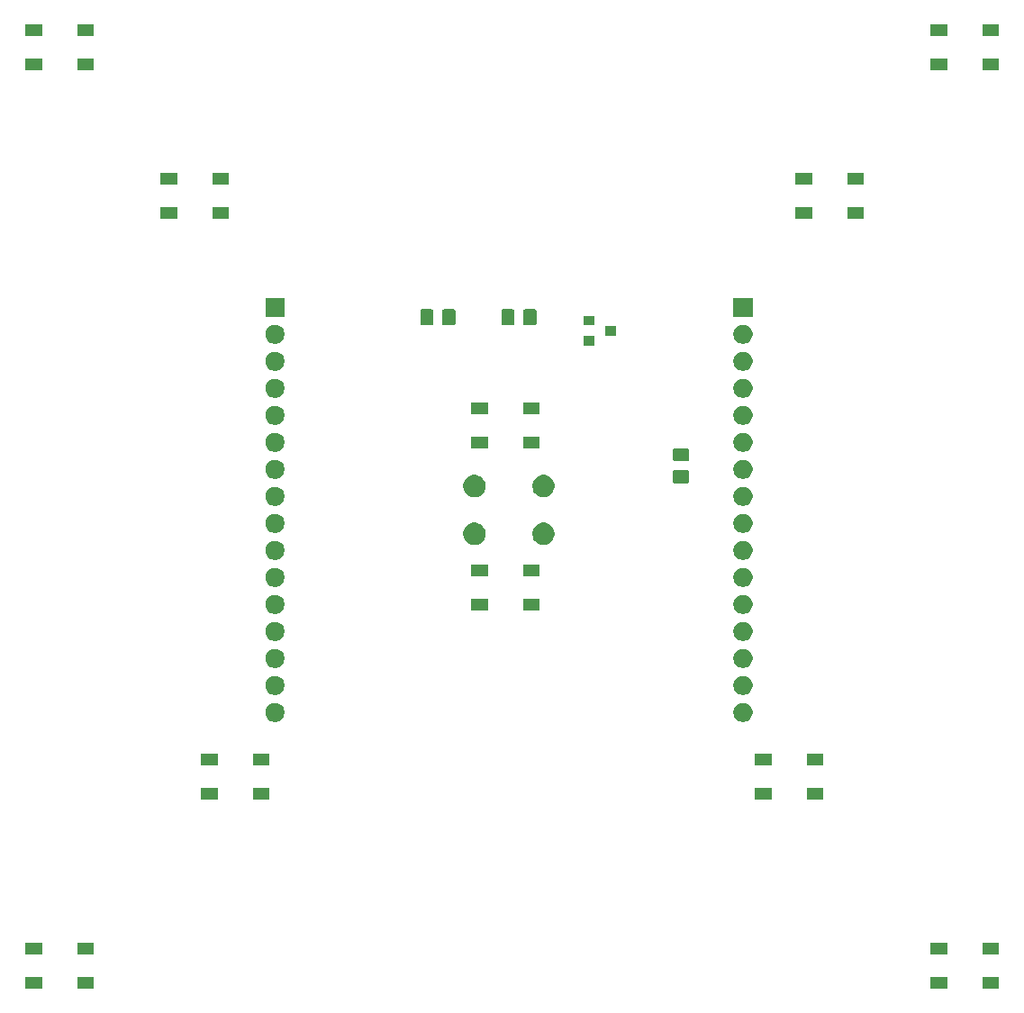
<source format=gbr>
G04 #@! TF.GenerationSoftware,KiCad,Pcbnew,5.1.5+dfsg1-2build2*
G04 #@! TF.CreationDate,2021-03-04T14:35:20-05:00*
G04 #@! TF.ProjectId,leveling_package,6c657665-6c69-46e6-975f-7061636b6167,rev?*
G04 #@! TF.SameCoordinates,Original*
G04 #@! TF.FileFunction,Soldermask,Top*
G04 #@! TF.FilePolarity,Negative*
%FSLAX46Y46*%
G04 Gerber Fmt 4.6, Leading zero omitted, Abs format (unit mm)*
G04 Created by KiCad (PCBNEW 5.1.5+dfsg1-2build2) date 2021-03-04 14:35:20*
%MOMM*%
%LPD*%
G04 APERTURE LIST*
%ADD10C,0.100000*%
G04 APERTURE END LIST*
D10*
G36*
X35001000Y-118991000D02*
G01*
X33399000Y-118991000D01*
X33399000Y-117889000D01*
X35001000Y-117889000D01*
X35001000Y-118991000D01*
G37*
G36*
X115191000Y-118991000D02*
G01*
X113589000Y-118991000D01*
X113589000Y-117889000D01*
X115191000Y-117889000D01*
X115191000Y-118991000D01*
G37*
G36*
X120091000Y-118991000D02*
G01*
X118489000Y-118991000D01*
X118489000Y-117889000D01*
X120091000Y-117889000D01*
X120091000Y-118991000D01*
G37*
G36*
X30101000Y-118991000D02*
G01*
X28499000Y-118991000D01*
X28499000Y-117889000D01*
X30101000Y-117889000D01*
X30101000Y-118991000D01*
G37*
G36*
X115191000Y-115791000D02*
G01*
X113589000Y-115791000D01*
X113589000Y-114689000D01*
X115191000Y-114689000D01*
X115191000Y-115791000D01*
G37*
G36*
X120091000Y-115791000D02*
G01*
X118489000Y-115791000D01*
X118489000Y-114689000D01*
X120091000Y-114689000D01*
X120091000Y-115791000D01*
G37*
G36*
X35001000Y-115791000D02*
G01*
X33399000Y-115791000D01*
X33399000Y-114689000D01*
X35001000Y-114689000D01*
X35001000Y-115791000D01*
G37*
G36*
X30101000Y-115791000D02*
G01*
X28499000Y-115791000D01*
X28499000Y-114689000D01*
X30101000Y-114689000D01*
X30101000Y-115791000D01*
G37*
G36*
X51511000Y-101211000D02*
G01*
X49909000Y-101211000D01*
X49909000Y-100109000D01*
X51511000Y-100109000D01*
X51511000Y-101211000D01*
G37*
G36*
X46611000Y-101211000D02*
G01*
X45009000Y-101211000D01*
X45009000Y-100109000D01*
X46611000Y-100109000D01*
X46611000Y-101211000D01*
G37*
G36*
X103581000Y-101211000D02*
G01*
X101979000Y-101211000D01*
X101979000Y-100109000D01*
X103581000Y-100109000D01*
X103581000Y-101211000D01*
G37*
G36*
X98681000Y-101211000D02*
G01*
X97079000Y-101211000D01*
X97079000Y-100109000D01*
X98681000Y-100109000D01*
X98681000Y-101211000D01*
G37*
G36*
X46611000Y-98011000D02*
G01*
X45009000Y-98011000D01*
X45009000Y-96909000D01*
X46611000Y-96909000D01*
X46611000Y-98011000D01*
G37*
G36*
X103581000Y-98011000D02*
G01*
X101979000Y-98011000D01*
X101979000Y-96909000D01*
X103581000Y-96909000D01*
X103581000Y-98011000D01*
G37*
G36*
X51511000Y-98011000D02*
G01*
X49909000Y-98011000D01*
X49909000Y-96909000D01*
X51511000Y-96909000D01*
X51511000Y-98011000D01*
G37*
G36*
X98681000Y-98011000D02*
G01*
X97079000Y-98011000D01*
X97079000Y-96909000D01*
X98681000Y-96909000D01*
X98681000Y-98011000D01*
G37*
G36*
X52113512Y-92153927D02*
G01*
X52262812Y-92183624D01*
X52426784Y-92251544D01*
X52574354Y-92350147D01*
X52699853Y-92475646D01*
X52798456Y-92623216D01*
X52866376Y-92787188D01*
X52901000Y-92961259D01*
X52901000Y-93138741D01*
X52866376Y-93312812D01*
X52798456Y-93476784D01*
X52699853Y-93624354D01*
X52574354Y-93749853D01*
X52426784Y-93848456D01*
X52262812Y-93916376D01*
X52113512Y-93946073D01*
X52088742Y-93951000D01*
X51911258Y-93951000D01*
X51886488Y-93946073D01*
X51737188Y-93916376D01*
X51573216Y-93848456D01*
X51425646Y-93749853D01*
X51300147Y-93624354D01*
X51201544Y-93476784D01*
X51133624Y-93312812D01*
X51099000Y-93138741D01*
X51099000Y-92961259D01*
X51133624Y-92787188D01*
X51201544Y-92623216D01*
X51300147Y-92475646D01*
X51425646Y-92350147D01*
X51573216Y-92251544D01*
X51737188Y-92183624D01*
X51886488Y-92153927D01*
X51911258Y-92149000D01*
X52088742Y-92149000D01*
X52113512Y-92153927D01*
G37*
G36*
X96113512Y-92153927D02*
G01*
X96262812Y-92183624D01*
X96426784Y-92251544D01*
X96574354Y-92350147D01*
X96699853Y-92475646D01*
X96798456Y-92623216D01*
X96866376Y-92787188D01*
X96901000Y-92961259D01*
X96901000Y-93138741D01*
X96866376Y-93312812D01*
X96798456Y-93476784D01*
X96699853Y-93624354D01*
X96574354Y-93749853D01*
X96426784Y-93848456D01*
X96262812Y-93916376D01*
X96113512Y-93946073D01*
X96088742Y-93951000D01*
X95911258Y-93951000D01*
X95886488Y-93946073D01*
X95737188Y-93916376D01*
X95573216Y-93848456D01*
X95425646Y-93749853D01*
X95300147Y-93624354D01*
X95201544Y-93476784D01*
X95133624Y-93312812D01*
X95099000Y-93138741D01*
X95099000Y-92961259D01*
X95133624Y-92787188D01*
X95201544Y-92623216D01*
X95300147Y-92475646D01*
X95425646Y-92350147D01*
X95573216Y-92251544D01*
X95737188Y-92183624D01*
X95886488Y-92153927D01*
X95911258Y-92149000D01*
X96088742Y-92149000D01*
X96113512Y-92153927D01*
G37*
G36*
X52113512Y-89613927D02*
G01*
X52262812Y-89643624D01*
X52426784Y-89711544D01*
X52574354Y-89810147D01*
X52699853Y-89935646D01*
X52798456Y-90083216D01*
X52866376Y-90247188D01*
X52901000Y-90421259D01*
X52901000Y-90598741D01*
X52866376Y-90772812D01*
X52798456Y-90936784D01*
X52699853Y-91084354D01*
X52574354Y-91209853D01*
X52426784Y-91308456D01*
X52262812Y-91376376D01*
X52113512Y-91406073D01*
X52088742Y-91411000D01*
X51911258Y-91411000D01*
X51886488Y-91406073D01*
X51737188Y-91376376D01*
X51573216Y-91308456D01*
X51425646Y-91209853D01*
X51300147Y-91084354D01*
X51201544Y-90936784D01*
X51133624Y-90772812D01*
X51099000Y-90598741D01*
X51099000Y-90421259D01*
X51133624Y-90247188D01*
X51201544Y-90083216D01*
X51300147Y-89935646D01*
X51425646Y-89810147D01*
X51573216Y-89711544D01*
X51737188Y-89643624D01*
X51886488Y-89613927D01*
X51911258Y-89609000D01*
X52088742Y-89609000D01*
X52113512Y-89613927D01*
G37*
G36*
X96113512Y-89613927D02*
G01*
X96262812Y-89643624D01*
X96426784Y-89711544D01*
X96574354Y-89810147D01*
X96699853Y-89935646D01*
X96798456Y-90083216D01*
X96866376Y-90247188D01*
X96901000Y-90421259D01*
X96901000Y-90598741D01*
X96866376Y-90772812D01*
X96798456Y-90936784D01*
X96699853Y-91084354D01*
X96574354Y-91209853D01*
X96426784Y-91308456D01*
X96262812Y-91376376D01*
X96113512Y-91406073D01*
X96088742Y-91411000D01*
X95911258Y-91411000D01*
X95886488Y-91406073D01*
X95737188Y-91376376D01*
X95573216Y-91308456D01*
X95425646Y-91209853D01*
X95300147Y-91084354D01*
X95201544Y-90936784D01*
X95133624Y-90772812D01*
X95099000Y-90598741D01*
X95099000Y-90421259D01*
X95133624Y-90247188D01*
X95201544Y-90083216D01*
X95300147Y-89935646D01*
X95425646Y-89810147D01*
X95573216Y-89711544D01*
X95737188Y-89643624D01*
X95886488Y-89613927D01*
X95911258Y-89609000D01*
X96088742Y-89609000D01*
X96113512Y-89613927D01*
G37*
G36*
X96113512Y-87073927D02*
G01*
X96262812Y-87103624D01*
X96426784Y-87171544D01*
X96574354Y-87270147D01*
X96699853Y-87395646D01*
X96798456Y-87543216D01*
X96866376Y-87707188D01*
X96901000Y-87881259D01*
X96901000Y-88058741D01*
X96866376Y-88232812D01*
X96798456Y-88396784D01*
X96699853Y-88544354D01*
X96574354Y-88669853D01*
X96426784Y-88768456D01*
X96262812Y-88836376D01*
X96113512Y-88866073D01*
X96088742Y-88871000D01*
X95911258Y-88871000D01*
X95886488Y-88866073D01*
X95737188Y-88836376D01*
X95573216Y-88768456D01*
X95425646Y-88669853D01*
X95300147Y-88544354D01*
X95201544Y-88396784D01*
X95133624Y-88232812D01*
X95099000Y-88058741D01*
X95099000Y-87881259D01*
X95133624Y-87707188D01*
X95201544Y-87543216D01*
X95300147Y-87395646D01*
X95425646Y-87270147D01*
X95573216Y-87171544D01*
X95737188Y-87103624D01*
X95886488Y-87073927D01*
X95911258Y-87069000D01*
X96088742Y-87069000D01*
X96113512Y-87073927D01*
G37*
G36*
X52113512Y-87073927D02*
G01*
X52262812Y-87103624D01*
X52426784Y-87171544D01*
X52574354Y-87270147D01*
X52699853Y-87395646D01*
X52798456Y-87543216D01*
X52866376Y-87707188D01*
X52901000Y-87881259D01*
X52901000Y-88058741D01*
X52866376Y-88232812D01*
X52798456Y-88396784D01*
X52699853Y-88544354D01*
X52574354Y-88669853D01*
X52426784Y-88768456D01*
X52262812Y-88836376D01*
X52113512Y-88866073D01*
X52088742Y-88871000D01*
X51911258Y-88871000D01*
X51886488Y-88866073D01*
X51737188Y-88836376D01*
X51573216Y-88768456D01*
X51425646Y-88669853D01*
X51300147Y-88544354D01*
X51201544Y-88396784D01*
X51133624Y-88232812D01*
X51099000Y-88058741D01*
X51099000Y-87881259D01*
X51133624Y-87707188D01*
X51201544Y-87543216D01*
X51300147Y-87395646D01*
X51425646Y-87270147D01*
X51573216Y-87171544D01*
X51737188Y-87103624D01*
X51886488Y-87073927D01*
X51911258Y-87069000D01*
X52088742Y-87069000D01*
X52113512Y-87073927D01*
G37*
G36*
X52113512Y-84533927D02*
G01*
X52262812Y-84563624D01*
X52426784Y-84631544D01*
X52574354Y-84730147D01*
X52699853Y-84855646D01*
X52798456Y-85003216D01*
X52866376Y-85167188D01*
X52901000Y-85341259D01*
X52901000Y-85518741D01*
X52866376Y-85692812D01*
X52798456Y-85856784D01*
X52699853Y-86004354D01*
X52574354Y-86129853D01*
X52426784Y-86228456D01*
X52262812Y-86296376D01*
X52113512Y-86326073D01*
X52088742Y-86331000D01*
X51911258Y-86331000D01*
X51886488Y-86326073D01*
X51737188Y-86296376D01*
X51573216Y-86228456D01*
X51425646Y-86129853D01*
X51300147Y-86004354D01*
X51201544Y-85856784D01*
X51133624Y-85692812D01*
X51099000Y-85518741D01*
X51099000Y-85341259D01*
X51133624Y-85167188D01*
X51201544Y-85003216D01*
X51300147Y-84855646D01*
X51425646Y-84730147D01*
X51573216Y-84631544D01*
X51737188Y-84563624D01*
X51886488Y-84533927D01*
X51911258Y-84529000D01*
X52088742Y-84529000D01*
X52113512Y-84533927D01*
G37*
G36*
X96113512Y-84533927D02*
G01*
X96262812Y-84563624D01*
X96426784Y-84631544D01*
X96574354Y-84730147D01*
X96699853Y-84855646D01*
X96798456Y-85003216D01*
X96866376Y-85167188D01*
X96901000Y-85341259D01*
X96901000Y-85518741D01*
X96866376Y-85692812D01*
X96798456Y-85856784D01*
X96699853Y-86004354D01*
X96574354Y-86129853D01*
X96426784Y-86228456D01*
X96262812Y-86296376D01*
X96113512Y-86326073D01*
X96088742Y-86331000D01*
X95911258Y-86331000D01*
X95886488Y-86326073D01*
X95737188Y-86296376D01*
X95573216Y-86228456D01*
X95425646Y-86129853D01*
X95300147Y-86004354D01*
X95201544Y-85856784D01*
X95133624Y-85692812D01*
X95099000Y-85518741D01*
X95099000Y-85341259D01*
X95133624Y-85167188D01*
X95201544Y-85003216D01*
X95300147Y-84855646D01*
X95425646Y-84730147D01*
X95573216Y-84631544D01*
X95737188Y-84563624D01*
X95886488Y-84533927D01*
X95911258Y-84529000D01*
X96088742Y-84529000D01*
X96113512Y-84533927D01*
G37*
G36*
X52113512Y-81993927D02*
G01*
X52262812Y-82023624D01*
X52426784Y-82091544D01*
X52574354Y-82190147D01*
X52699853Y-82315646D01*
X52798456Y-82463216D01*
X52866376Y-82627188D01*
X52901000Y-82801259D01*
X52901000Y-82978741D01*
X52866376Y-83152812D01*
X52798456Y-83316784D01*
X52699853Y-83464354D01*
X52574354Y-83589853D01*
X52426784Y-83688456D01*
X52262812Y-83756376D01*
X52113512Y-83786073D01*
X52088742Y-83791000D01*
X51911258Y-83791000D01*
X51886488Y-83786073D01*
X51737188Y-83756376D01*
X51573216Y-83688456D01*
X51425646Y-83589853D01*
X51300147Y-83464354D01*
X51201544Y-83316784D01*
X51133624Y-83152812D01*
X51099000Y-82978741D01*
X51099000Y-82801259D01*
X51133624Y-82627188D01*
X51201544Y-82463216D01*
X51300147Y-82315646D01*
X51425646Y-82190147D01*
X51573216Y-82091544D01*
X51737188Y-82023624D01*
X51886488Y-81993927D01*
X51911258Y-81989000D01*
X52088742Y-81989000D01*
X52113512Y-81993927D01*
G37*
G36*
X96113512Y-81993927D02*
G01*
X96262812Y-82023624D01*
X96426784Y-82091544D01*
X96574354Y-82190147D01*
X96699853Y-82315646D01*
X96798456Y-82463216D01*
X96866376Y-82627188D01*
X96901000Y-82801259D01*
X96901000Y-82978741D01*
X96866376Y-83152812D01*
X96798456Y-83316784D01*
X96699853Y-83464354D01*
X96574354Y-83589853D01*
X96426784Y-83688456D01*
X96262812Y-83756376D01*
X96113512Y-83786073D01*
X96088742Y-83791000D01*
X95911258Y-83791000D01*
X95886488Y-83786073D01*
X95737188Y-83756376D01*
X95573216Y-83688456D01*
X95425646Y-83589853D01*
X95300147Y-83464354D01*
X95201544Y-83316784D01*
X95133624Y-83152812D01*
X95099000Y-82978741D01*
X95099000Y-82801259D01*
X95133624Y-82627188D01*
X95201544Y-82463216D01*
X95300147Y-82315646D01*
X95425646Y-82190147D01*
X95573216Y-82091544D01*
X95737188Y-82023624D01*
X95886488Y-81993927D01*
X95911258Y-81989000D01*
X96088742Y-81989000D01*
X96113512Y-81993927D01*
G37*
G36*
X76911000Y-83431000D02*
G01*
X75309000Y-83431000D01*
X75309000Y-82329000D01*
X76911000Y-82329000D01*
X76911000Y-83431000D01*
G37*
G36*
X72011000Y-83431000D02*
G01*
X70409000Y-83431000D01*
X70409000Y-82329000D01*
X72011000Y-82329000D01*
X72011000Y-83431000D01*
G37*
G36*
X52113512Y-79453927D02*
G01*
X52262812Y-79483624D01*
X52426784Y-79551544D01*
X52574354Y-79650147D01*
X52699853Y-79775646D01*
X52798456Y-79923216D01*
X52866376Y-80087188D01*
X52901000Y-80261259D01*
X52901000Y-80438741D01*
X52866376Y-80612812D01*
X52798456Y-80776784D01*
X52699853Y-80924354D01*
X52574354Y-81049853D01*
X52426784Y-81148456D01*
X52262812Y-81216376D01*
X52113512Y-81246073D01*
X52088742Y-81251000D01*
X51911258Y-81251000D01*
X51886488Y-81246073D01*
X51737188Y-81216376D01*
X51573216Y-81148456D01*
X51425646Y-81049853D01*
X51300147Y-80924354D01*
X51201544Y-80776784D01*
X51133624Y-80612812D01*
X51099000Y-80438741D01*
X51099000Y-80261259D01*
X51133624Y-80087188D01*
X51201544Y-79923216D01*
X51300147Y-79775646D01*
X51425646Y-79650147D01*
X51573216Y-79551544D01*
X51737188Y-79483624D01*
X51886488Y-79453927D01*
X51911258Y-79449000D01*
X52088742Y-79449000D01*
X52113512Y-79453927D01*
G37*
G36*
X96113512Y-79453927D02*
G01*
X96262812Y-79483624D01*
X96426784Y-79551544D01*
X96574354Y-79650147D01*
X96699853Y-79775646D01*
X96798456Y-79923216D01*
X96866376Y-80087188D01*
X96901000Y-80261259D01*
X96901000Y-80438741D01*
X96866376Y-80612812D01*
X96798456Y-80776784D01*
X96699853Y-80924354D01*
X96574354Y-81049853D01*
X96426784Y-81148456D01*
X96262812Y-81216376D01*
X96113512Y-81246073D01*
X96088742Y-81251000D01*
X95911258Y-81251000D01*
X95886488Y-81246073D01*
X95737188Y-81216376D01*
X95573216Y-81148456D01*
X95425646Y-81049853D01*
X95300147Y-80924354D01*
X95201544Y-80776784D01*
X95133624Y-80612812D01*
X95099000Y-80438741D01*
X95099000Y-80261259D01*
X95133624Y-80087188D01*
X95201544Y-79923216D01*
X95300147Y-79775646D01*
X95425646Y-79650147D01*
X95573216Y-79551544D01*
X95737188Y-79483624D01*
X95886488Y-79453927D01*
X95911258Y-79449000D01*
X96088742Y-79449000D01*
X96113512Y-79453927D01*
G37*
G36*
X72011000Y-80231000D02*
G01*
X70409000Y-80231000D01*
X70409000Y-79129000D01*
X72011000Y-79129000D01*
X72011000Y-80231000D01*
G37*
G36*
X76911000Y-80231000D02*
G01*
X75309000Y-80231000D01*
X75309000Y-79129000D01*
X76911000Y-79129000D01*
X76911000Y-80231000D01*
G37*
G36*
X96113512Y-76913927D02*
G01*
X96262812Y-76943624D01*
X96426784Y-77011544D01*
X96574354Y-77110147D01*
X96699853Y-77235646D01*
X96798456Y-77383216D01*
X96866376Y-77547188D01*
X96901000Y-77721259D01*
X96901000Y-77898741D01*
X96866376Y-78072812D01*
X96798456Y-78236784D01*
X96699853Y-78384354D01*
X96574354Y-78509853D01*
X96426784Y-78608456D01*
X96262812Y-78676376D01*
X96113512Y-78706073D01*
X96088742Y-78711000D01*
X95911258Y-78711000D01*
X95886488Y-78706073D01*
X95737188Y-78676376D01*
X95573216Y-78608456D01*
X95425646Y-78509853D01*
X95300147Y-78384354D01*
X95201544Y-78236784D01*
X95133624Y-78072812D01*
X95099000Y-77898741D01*
X95099000Y-77721259D01*
X95133624Y-77547188D01*
X95201544Y-77383216D01*
X95300147Y-77235646D01*
X95425646Y-77110147D01*
X95573216Y-77011544D01*
X95737188Y-76943624D01*
X95886488Y-76913927D01*
X95911258Y-76909000D01*
X96088742Y-76909000D01*
X96113512Y-76913927D01*
G37*
G36*
X52113512Y-76913927D02*
G01*
X52262812Y-76943624D01*
X52426784Y-77011544D01*
X52574354Y-77110147D01*
X52699853Y-77235646D01*
X52798456Y-77383216D01*
X52866376Y-77547188D01*
X52901000Y-77721259D01*
X52901000Y-77898741D01*
X52866376Y-78072812D01*
X52798456Y-78236784D01*
X52699853Y-78384354D01*
X52574354Y-78509853D01*
X52426784Y-78608456D01*
X52262812Y-78676376D01*
X52113512Y-78706073D01*
X52088742Y-78711000D01*
X51911258Y-78711000D01*
X51886488Y-78706073D01*
X51737188Y-78676376D01*
X51573216Y-78608456D01*
X51425646Y-78509853D01*
X51300147Y-78384354D01*
X51201544Y-78236784D01*
X51133624Y-78072812D01*
X51099000Y-77898741D01*
X51099000Y-77721259D01*
X51133624Y-77547188D01*
X51201544Y-77383216D01*
X51300147Y-77235646D01*
X51425646Y-77110147D01*
X51573216Y-77011544D01*
X51737188Y-76943624D01*
X51886488Y-76913927D01*
X51911258Y-76909000D01*
X52088742Y-76909000D01*
X52113512Y-76913927D01*
G37*
G36*
X71056564Y-75239389D02*
G01*
X71247833Y-75318615D01*
X71247835Y-75318616D01*
X71419973Y-75433635D01*
X71566365Y-75580027D01*
X71644380Y-75696784D01*
X71681385Y-75752167D01*
X71760611Y-75943436D01*
X71801000Y-76146484D01*
X71801000Y-76353516D01*
X71760611Y-76556564D01*
X71681385Y-76747833D01*
X71681384Y-76747835D01*
X71566365Y-76919973D01*
X71419973Y-77066365D01*
X71247835Y-77181384D01*
X71247834Y-77181385D01*
X71247833Y-77181385D01*
X71056564Y-77260611D01*
X70853516Y-77301000D01*
X70646484Y-77301000D01*
X70443436Y-77260611D01*
X70252167Y-77181385D01*
X70252166Y-77181385D01*
X70252165Y-77181384D01*
X70080027Y-77066365D01*
X69933635Y-76919973D01*
X69818616Y-76747835D01*
X69818615Y-76747833D01*
X69739389Y-76556564D01*
X69699000Y-76353516D01*
X69699000Y-76146484D01*
X69739389Y-75943436D01*
X69818615Y-75752167D01*
X69855621Y-75696784D01*
X69933635Y-75580027D01*
X70080027Y-75433635D01*
X70252165Y-75318616D01*
X70252167Y-75318615D01*
X70443436Y-75239389D01*
X70646484Y-75199000D01*
X70853516Y-75199000D01*
X71056564Y-75239389D01*
G37*
G36*
X77556564Y-75239389D02*
G01*
X77747833Y-75318615D01*
X77747835Y-75318616D01*
X77919973Y-75433635D01*
X78066365Y-75580027D01*
X78144380Y-75696784D01*
X78181385Y-75752167D01*
X78260611Y-75943436D01*
X78301000Y-76146484D01*
X78301000Y-76353516D01*
X78260611Y-76556564D01*
X78181385Y-76747833D01*
X78181384Y-76747835D01*
X78066365Y-76919973D01*
X77919973Y-77066365D01*
X77747835Y-77181384D01*
X77747834Y-77181385D01*
X77747833Y-77181385D01*
X77556564Y-77260611D01*
X77353516Y-77301000D01*
X77146484Y-77301000D01*
X76943436Y-77260611D01*
X76752167Y-77181385D01*
X76752166Y-77181385D01*
X76752165Y-77181384D01*
X76580027Y-77066365D01*
X76433635Y-76919973D01*
X76318616Y-76747835D01*
X76318615Y-76747833D01*
X76239389Y-76556564D01*
X76199000Y-76353516D01*
X76199000Y-76146484D01*
X76239389Y-75943436D01*
X76318615Y-75752167D01*
X76355621Y-75696784D01*
X76433635Y-75580027D01*
X76580027Y-75433635D01*
X76752165Y-75318616D01*
X76752167Y-75318615D01*
X76943436Y-75239389D01*
X77146484Y-75199000D01*
X77353516Y-75199000D01*
X77556564Y-75239389D01*
G37*
G36*
X96113512Y-74373927D02*
G01*
X96262812Y-74403624D01*
X96426784Y-74471544D01*
X96574354Y-74570147D01*
X96699853Y-74695646D01*
X96798456Y-74843216D01*
X96866376Y-75007188D01*
X96901000Y-75181259D01*
X96901000Y-75358741D01*
X96866376Y-75532812D01*
X96798456Y-75696784D01*
X96699853Y-75844354D01*
X96574354Y-75969853D01*
X96426784Y-76068456D01*
X96262812Y-76136376D01*
X96113512Y-76166073D01*
X96088742Y-76171000D01*
X95911258Y-76171000D01*
X95886488Y-76166073D01*
X95737188Y-76136376D01*
X95573216Y-76068456D01*
X95425646Y-75969853D01*
X95300147Y-75844354D01*
X95201544Y-75696784D01*
X95133624Y-75532812D01*
X95099000Y-75358741D01*
X95099000Y-75181259D01*
X95133624Y-75007188D01*
X95201544Y-74843216D01*
X95300147Y-74695646D01*
X95425646Y-74570147D01*
X95573216Y-74471544D01*
X95737188Y-74403624D01*
X95886488Y-74373927D01*
X95911258Y-74369000D01*
X96088742Y-74369000D01*
X96113512Y-74373927D01*
G37*
G36*
X52113512Y-74373927D02*
G01*
X52262812Y-74403624D01*
X52426784Y-74471544D01*
X52574354Y-74570147D01*
X52699853Y-74695646D01*
X52798456Y-74843216D01*
X52866376Y-75007188D01*
X52901000Y-75181259D01*
X52901000Y-75358741D01*
X52866376Y-75532812D01*
X52798456Y-75696784D01*
X52699853Y-75844354D01*
X52574354Y-75969853D01*
X52426784Y-76068456D01*
X52262812Y-76136376D01*
X52113512Y-76166073D01*
X52088742Y-76171000D01*
X51911258Y-76171000D01*
X51886488Y-76166073D01*
X51737188Y-76136376D01*
X51573216Y-76068456D01*
X51425646Y-75969853D01*
X51300147Y-75844354D01*
X51201544Y-75696784D01*
X51133624Y-75532812D01*
X51099000Y-75358741D01*
X51099000Y-75181259D01*
X51133624Y-75007188D01*
X51201544Y-74843216D01*
X51300147Y-74695646D01*
X51425646Y-74570147D01*
X51573216Y-74471544D01*
X51737188Y-74403624D01*
X51886488Y-74373927D01*
X51911258Y-74369000D01*
X52088742Y-74369000D01*
X52113512Y-74373927D01*
G37*
G36*
X96113512Y-71833927D02*
G01*
X96262812Y-71863624D01*
X96426784Y-71931544D01*
X96574354Y-72030147D01*
X96699853Y-72155646D01*
X96798456Y-72303216D01*
X96866376Y-72467188D01*
X96901000Y-72641259D01*
X96901000Y-72818741D01*
X96866376Y-72992812D01*
X96798456Y-73156784D01*
X96699853Y-73304354D01*
X96574354Y-73429853D01*
X96426784Y-73528456D01*
X96262812Y-73596376D01*
X96113512Y-73626073D01*
X96088742Y-73631000D01*
X95911258Y-73631000D01*
X95886488Y-73626073D01*
X95737188Y-73596376D01*
X95573216Y-73528456D01*
X95425646Y-73429853D01*
X95300147Y-73304354D01*
X95201544Y-73156784D01*
X95133624Y-72992812D01*
X95099000Y-72818741D01*
X95099000Y-72641259D01*
X95133624Y-72467188D01*
X95201544Y-72303216D01*
X95300147Y-72155646D01*
X95425646Y-72030147D01*
X95573216Y-71931544D01*
X95737188Y-71863624D01*
X95886488Y-71833927D01*
X95911258Y-71829000D01*
X96088742Y-71829000D01*
X96113512Y-71833927D01*
G37*
G36*
X52113512Y-71833927D02*
G01*
X52262812Y-71863624D01*
X52426784Y-71931544D01*
X52574354Y-72030147D01*
X52699853Y-72155646D01*
X52798456Y-72303216D01*
X52866376Y-72467188D01*
X52901000Y-72641259D01*
X52901000Y-72818741D01*
X52866376Y-72992812D01*
X52798456Y-73156784D01*
X52699853Y-73304354D01*
X52574354Y-73429853D01*
X52426784Y-73528456D01*
X52262812Y-73596376D01*
X52113512Y-73626073D01*
X52088742Y-73631000D01*
X51911258Y-73631000D01*
X51886488Y-73626073D01*
X51737188Y-73596376D01*
X51573216Y-73528456D01*
X51425646Y-73429853D01*
X51300147Y-73304354D01*
X51201544Y-73156784D01*
X51133624Y-72992812D01*
X51099000Y-72818741D01*
X51099000Y-72641259D01*
X51133624Y-72467188D01*
X51201544Y-72303216D01*
X51300147Y-72155646D01*
X51425646Y-72030147D01*
X51573216Y-71931544D01*
X51737188Y-71863624D01*
X51886488Y-71833927D01*
X51911258Y-71829000D01*
X52088742Y-71829000D01*
X52113512Y-71833927D01*
G37*
G36*
X77556564Y-70739389D02*
G01*
X77747833Y-70818615D01*
X77747835Y-70818616D01*
X77919973Y-70933635D01*
X78066365Y-71080027D01*
X78181385Y-71252167D01*
X78260611Y-71443436D01*
X78301000Y-71646484D01*
X78301000Y-71853516D01*
X78260611Y-72056564D01*
X78181385Y-72247833D01*
X78181384Y-72247835D01*
X78066365Y-72419973D01*
X77919973Y-72566365D01*
X77747835Y-72681384D01*
X77747834Y-72681385D01*
X77747833Y-72681385D01*
X77556564Y-72760611D01*
X77353516Y-72801000D01*
X77146484Y-72801000D01*
X76943436Y-72760611D01*
X76752167Y-72681385D01*
X76752166Y-72681385D01*
X76752165Y-72681384D01*
X76580027Y-72566365D01*
X76433635Y-72419973D01*
X76318616Y-72247835D01*
X76318615Y-72247833D01*
X76239389Y-72056564D01*
X76199000Y-71853516D01*
X76199000Y-71646484D01*
X76239389Y-71443436D01*
X76318615Y-71252167D01*
X76433635Y-71080027D01*
X76580027Y-70933635D01*
X76752165Y-70818616D01*
X76752167Y-70818615D01*
X76943436Y-70739389D01*
X77146484Y-70699000D01*
X77353516Y-70699000D01*
X77556564Y-70739389D01*
G37*
G36*
X71056564Y-70739389D02*
G01*
X71247833Y-70818615D01*
X71247835Y-70818616D01*
X71419973Y-70933635D01*
X71566365Y-71080027D01*
X71681385Y-71252167D01*
X71760611Y-71443436D01*
X71801000Y-71646484D01*
X71801000Y-71853516D01*
X71760611Y-72056564D01*
X71681385Y-72247833D01*
X71681384Y-72247835D01*
X71566365Y-72419973D01*
X71419973Y-72566365D01*
X71247835Y-72681384D01*
X71247834Y-72681385D01*
X71247833Y-72681385D01*
X71056564Y-72760611D01*
X70853516Y-72801000D01*
X70646484Y-72801000D01*
X70443436Y-72760611D01*
X70252167Y-72681385D01*
X70252166Y-72681385D01*
X70252165Y-72681384D01*
X70080027Y-72566365D01*
X69933635Y-72419973D01*
X69818616Y-72247835D01*
X69818615Y-72247833D01*
X69739389Y-72056564D01*
X69699000Y-71853516D01*
X69699000Y-71646484D01*
X69739389Y-71443436D01*
X69818615Y-71252167D01*
X69933635Y-71080027D01*
X70080027Y-70933635D01*
X70252165Y-70818616D01*
X70252167Y-70818615D01*
X70443436Y-70739389D01*
X70646484Y-70699000D01*
X70853516Y-70699000D01*
X71056564Y-70739389D01*
G37*
G36*
X90758674Y-70253465D02*
G01*
X90796367Y-70264899D01*
X90831103Y-70283466D01*
X90861548Y-70308452D01*
X90886534Y-70338897D01*
X90905101Y-70373633D01*
X90916535Y-70411326D01*
X90921000Y-70456661D01*
X90921000Y-71293339D01*
X90916535Y-71338674D01*
X90905101Y-71376367D01*
X90886534Y-71411103D01*
X90861548Y-71441548D01*
X90831103Y-71466534D01*
X90796367Y-71485101D01*
X90758674Y-71496535D01*
X90713339Y-71501000D01*
X89626661Y-71501000D01*
X89581326Y-71496535D01*
X89543633Y-71485101D01*
X89508897Y-71466534D01*
X89478452Y-71441548D01*
X89453466Y-71411103D01*
X89434899Y-71376367D01*
X89423465Y-71338674D01*
X89419000Y-71293339D01*
X89419000Y-70456661D01*
X89423465Y-70411326D01*
X89434899Y-70373633D01*
X89453466Y-70338897D01*
X89478452Y-70308452D01*
X89508897Y-70283466D01*
X89543633Y-70264899D01*
X89581326Y-70253465D01*
X89626661Y-70249000D01*
X90713339Y-70249000D01*
X90758674Y-70253465D01*
G37*
G36*
X96113512Y-69293927D02*
G01*
X96262812Y-69323624D01*
X96426784Y-69391544D01*
X96574354Y-69490147D01*
X96699853Y-69615646D01*
X96798456Y-69763216D01*
X96866376Y-69927188D01*
X96901000Y-70101259D01*
X96901000Y-70278741D01*
X96866376Y-70452812D01*
X96798456Y-70616784D01*
X96699853Y-70764354D01*
X96574354Y-70889853D01*
X96426784Y-70988456D01*
X96262812Y-71056376D01*
X96113512Y-71086073D01*
X96088742Y-71091000D01*
X95911258Y-71091000D01*
X95886488Y-71086073D01*
X95737188Y-71056376D01*
X95573216Y-70988456D01*
X95425646Y-70889853D01*
X95300147Y-70764354D01*
X95201544Y-70616784D01*
X95133624Y-70452812D01*
X95099000Y-70278741D01*
X95099000Y-70101259D01*
X95133624Y-69927188D01*
X95201544Y-69763216D01*
X95300147Y-69615646D01*
X95425646Y-69490147D01*
X95573216Y-69391544D01*
X95737188Y-69323624D01*
X95886488Y-69293927D01*
X95911258Y-69289000D01*
X96088742Y-69289000D01*
X96113512Y-69293927D01*
G37*
G36*
X52113512Y-69293927D02*
G01*
X52262812Y-69323624D01*
X52426784Y-69391544D01*
X52574354Y-69490147D01*
X52699853Y-69615646D01*
X52798456Y-69763216D01*
X52866376Y-69927188D01*
X52901000Y-70101259D01*
X52901000Y-70278741D01*
X52866376Y-70452812D01*
X52798456Y-70616784D01*
X52699853Y-70764354D01*
X52574354Y-70889853D01*
X52426784Y-70988456D01*
X52262812Y-71056376D01*
X52113512Y-71086073D01*
X52088742Y-71091000D01*
X51911258Y-71091000D01*
X51886488Y-71086073D01*
X51737188Y-71056376D01*
X51573216Y-70988456D01*
X51425646Y-70889853D01*
X51300147Y-70764354D01*
X51201544Y-70616784D01*
X51133624Y-70452812D01*
X51099000Y-70278741D01*
X51099000Y-70101259D01*
X51133624Y-69927188D01*
X51201544Y-69763216D01*
X51300147Y-69615646D01*
X51425646Y-69490147D01*
X51573216Y-69391544D01*
X51737188Y-69323624D01*
X51886488Y-69293927D01*
X51911258Y-69289000D01*
X52088742Y-69289000D01*
X52113512Y-69293927D01*
G37*
G36*
X90758674Y-68203465D02*
G01*
X90796367Y-68214899D01*
X90831103Y-68233466D01*
X90861548Y-68258452D01*
X90886534Y-68288897D01*
X90905101Y-68323633D01*
X90916535Y-68361326D01*
X90921000Y-68406661D01*
X90921000Y-69243339D01*
X90916535Y-69288674D01*
X90905101Y-69326367D01*
X90886534Y-69361103D01*
X90861548Y-69391548D01*
X90831103Y-69416534D01*
X90796367Y-69435101D01*
X90758674Y-69446535D01*
X90713339Y-69451000D01*
X89626661Y-69451000D01*
X89581326Y-69446535D01*
X89543633Y-69435101D01*
X89508897Y-69416534D01*
X89478452Y-69391548D01*
X89453466Y-69361103D01*
X89434899Y-69326367D01*
X89423465Y-69288674D01*
X89419000Y-69243339D01*
X89419000Y-68406661D01*
X89423465Y-68361326D01*
X89434899Y-68323633D01*
X89453466Y-68288897D01*
X89478452Y-68258452D01*
X89508897Y-68233466D01*
X89543633Y-68214899D01*
X89581326Y-68203465D01*
X89626661Y-68199000D01*
X90713339Y-68199000D01*
X90758674Y-68203465D01*
G37*
G36*
X96113512Y-66753927D02*
G01*
X96262812Y-66783624D01*
X96426784Y-66851544D01*
X96574354Y-66950147D01*
X96699853Y-67075646D01*
X96798456Y-67223216D01*
X96866376Y-67387188D01*
X96901000Y-67561259D01*
X96901000Y-67738741D01*
X96866376Y-67912812D01*
X96798456Y-68076784D01*
X96699853Y-68224354D01*
X96574354Y-68349853D01*
X96426784Y-68448456D01*
X96262812Y-68516376D01*
X96113512Y-68546073D01*
X96088742Y-68551000D01*
X95911258Y-68551000D01*
X95886488Y-68546073D01*
X95737188Y-68516376D01*
X95573216Y-68448456D01*
X95425646Y-68349853D01*
X95300147Y-68224354D01*
X95201544Y-68076784D01*
X95133624Y-67912812D01*
X95099000Y-67738741D01*
X95099000Y-67561259D01*
X95133624Y-67387188D01*
X95201544Y-67223216D01*
X95300147Y-67075646D01*
X95425646Y-66950147D01*
X95573216Y-66851544D01*
X95737188Y-66783624D01*
X95886488Y-66753927D01*
X95911258Y-66749000D01*
X96088742Y-66749000D01*
X96113512Y-66753927D01*
G37*
G36*
X52113512Y-66753927D02*
G01*
X52262812Y-66783624D01*
X52426784Y-66851544D01*
X52574354Y-66950147D01*
X52699853Y-67075646D01*
X52798456Y-67223216D01*
X52866376Y-67387188D01*
X52901000Y-67561259D01*
X52901000Y-67738741D01*
X52866376Y-67912812D01*
X52798456Y-68076784D01*
X52699853Y-68224354D01*
X52574354Y-68349853D01*
X52426784Y-68448456D01*
X52262812Y-68516376D01*
X52113512Y-68546073D01*
X52088742Y-68551000D01*
X51911258Y-68551000D01*
X51886488Y-68546073D01*
X51737188Y-68516376D01*
X51573216Y-68448456D01*
X51425646Y-68349853D01*
X51300147Y-68224354D01*
X51201544Y-68076784D01*
X51133624Y-67912812D01*
X51099000Y-67738741D01*
X51099000Y-67561259D01*
X51133624Y-67387188D01*
X51201544Y-67223216D01*
X51300147Y-67075646D01*
X51425646Y-66950147D01*
X51573216Y-66851544D01*
X51737188Y-66783624D01*
X51886488Y-66753927D01*
X51911258Y-66749000D01*
X52088742Y-66749000D01*
X52113512Y-66753927D01*
G37*
G36*
X76911000Y-68191000D02*
G01*
X75309000Y-68191000D01*
X75309000Y-67089000D01*
X76911000Y-67089000D01*
X76911000Y-68191000D01*
G37*
G36*
X72011000Y-68191000D02*
G01*
X70409000Y-68191000D01*
X70409000Y-67089000D01*
X72011000Y-67089000D01*
X72011000Y-68191000D01*
G37*
G36*
X52113512Y-64213927D02*
G01*
X52262812Y-64243624D01*
X52426784Y-64311544D01*
X52574354Y-64410147D01*
X52699853Y-64535646D01*
X52798456Y-64683216D01*
X52866376Y-64847188D01*
X52901000Y-65021259D01*
X52901000Y-65198741D01*
X52866376Y-65372812D01*
X52798456Y-65536784D01*
X52699853Y-65684354D01*
X52574354Y-65809853D01*
X52426784Y-65908456D01*
X52262812Y-65976376D01*
X52113512Y-66006073D01*
X52088742Y-66011000D01*
X51911258Y-66011000D01*
X51886488Y-66006073D01*
X51737188Y-65976376D01*
X51573216Y-65908456D01*
X51425646Y-65809853D01*
X51300147Y-65684354D01*
X51201544Y-65536784D01*
X51133624Y-65372812D01*
X51099000Y-65198741D01*
X51099000Y-65021259D01*
X51133624Y-64847188D01*
X51201544Y-64683216D01*
X51300147Y-64535646D01*
X51425646Y-64410147D01*
X51573216Y-64311544D01*
X51737188Y-64243624D01*
X51886488Y-64213927D01*
X51911258Y-64209000D01*
X52088742Y-64209000D01*
X52113512Y-64213927D01*
G37*
G36*
X96113512Y-64213927D02*
G01*
X96262812Y-64243624D01*
X96426784Y-64311544D01*
X96574354Y-64410147D01*
X96699853Y-64535646D01*
X96798456Y-64683216D01*
X96866376Y-64847188D01*
X96901000Y-65021259D01*
X96901000Y-65198741D01*
X96866376Y-65372812D01*
X96798456Y-65536784D01*
X96699853Y-65684354D01*
X96574354Y-65809853D01*
X96426784Y-65908456D01*
X96262812Y-65976376D01*
X96113512Y-66006073D01*
X96088742Y-66011000D01*
X95911258Y-66011000D01*
X95886488Y-66006073D01*
X95737188Y-65976376D01*
X95573216Y-65908456D01*
X95425646Y-65809853D01*
X95300147Y-65684354D01*
X95201544Y-65536784D01*
X95133624Y-65372812D01*
X95099000Y-65198741D01*
X95099000Y-65021259D01*
X95133624Y-64847188D01*
X95201544Y-64683216D01*
X95300147Y-64535646D01*
X95425646Y-64410147D01*
X95573216Y-64311544D01*
X95737188Y-64243624D01*
X95886488Y-64213927D01*
X95911258Y-64209000D01*
X96088742Y-64209000D01*
X96113512Y-64213927D01*
G37*
G36*
X76911000Y-64991000D02*
G01*
X75309000Y-64991000D01*
X75309000Y-63889000D01*
X76911000Y-63889000D01*
X76911000Y-64991000D01*
G37*
G36*
X72011000Y-64991000D02*
G01*
X70409000Y-64991000D01*
X70409000Y-63889000D01*
X72011000Y-63889000D01*
X72011000Y-64991000D01*
G37*
G36*
X52113512Y-61673927D02*
G01*
X52262812Y-61703624D01*
X52426784Y-61771544D01*
X52574354Y-61870147D01*
X52699853Y-61995646D01*
X52798456Y-62143216D01*
X52866376Y-62307188D01*
X52901000Y-62481259D01*
X52901000Y-62658741D01*
X52866376Y-62832812D01*
X52798456Y-62996784D01*
X52699853Y-63144354D01*
X52574354Y-63269853D01*
X52426784Y-63368456D01*
X52262812Y-63436376D01*
X52113512Y-63466073D01*
X52088742Y-63471000D01*
X51911258Y-63471000D01*
X51886488Y-63466073D01*
X51737188Y-63436376D01*
X51573216Y-63368456D01*
X51425646Y-63269853D01*
X51300147Y-63144354D01*
X51201544Y-62996784D01*
X51133624Y-62832812D01*
X51099000Y-62658741D01*
X51099000Y-62481259D01*
X51133624Y-62307188D01*
X51201544Y-62143216D01*
X51300147Y-61995646D01*
X51425646Y-61870147D01*
X51573216Y-61771544D01*
X51737188Y-61703624D01*
X51886488Y-61673927D01*
X51911258Y-61669000D01*
X52088742Y-61669000D01*
X52113512Y-61673927D01*
G37*
G36*
X96113512Y-61673927D02*
G01*
X96262812Y-61703624D01*
X96426784Y-61771544D01*
X96574354Y-61870147D01*
X96699853Y-61995646D01*
X96798456Y-62143216D01*
X96866376Y-62307188D01*
X96901000Y-62481259D01*
X96901000Y-62658741D01*
X96866376Y-62832812D01*
X96798456Y-62996784D01*
X96699853Y-63144354D01*
X96574354Y-63269853D01*
X96426784Y-63368456D01*
X96262812Y-63436376D01*
X96113512Y-63466073D01*
X96088742Y-63471000D01*
X95911258Y-63471000D01*
X95886488Y-63466073D01*
X95737188Y-63436376D01*
X95573216Y-63368456D01*
X95425646Y-63269853D01*
X95300147Y-63144354D01*
X95201544Y-62996784D01*
X95133624Y-62832812D01*
X95099000Y-62658741D01*
X95099000Y-62481259D01*
X95133624Y-62307188D01*
X95201544Y-62143216D01*
X95300147Y-61995646D01*
X95425646Y-61870147D01*
X95573216Y-61771544D01*
X95737188Y-61703624D01*
X95886488Y-61673927D01*
X95911258Y-61669000D01*
X96088742Y-61669000D01*
X96113512Y-61673927D01*
G37*
G36*
X52113512Y-59133927D02*
G01*
X52262812Y-59163624D01*
X52426784Y-59231544D01*
X52574354Y-59330147D01*
X52699853Y-59455646D01*
X52798456Y-59603216D01*
X52866376Y-59767188D01*
X52901000Y-59941259D01*
X52901000Y-60118741D01*
X52866376Y-60292812D01*
X52798456Y-60456784D01*
X52699853Y-60604354D01*
X52574354Y-60729853D01*
X52426784Y-60828456D01*
X52262812Y-60896376D01*
X52113512Y-60926073D01*
X52088742Y-60931000D01*
X51911258Y-60931000D01*
X51886488Y-60926073D01*
X51737188Y-60896376D01*
X51573216Y-60828456D01*
X51425646Y-60729853D01*
X51300147Y-60604354D01*
X51201544Y-60456784D01*
X51133624Y-60292812D01*
X51099000Y-60118741D01*
X51099000Y-59941259D01*
X51133624Y-59767188D01*
X51201544Y-59603216D01*
X51300147Y-59455646D01*
X51425646Y-59330147D01*
X51573216Y-59231544D01*
X51737188Y-59163624D01*
X51886488Y-59133927D01*
X51911258Y-59129000D01*
X52088742Y-59129000D01*
X52113512Y-59133927D01*
G37*
G36*
X96113512Y-59133927D02*
G01*
X96262812Y-59163624D01*
X96426784Y-59231544D01*
X96574354Y-59330147D01*
X96699853Y-59455646D01*
X96798456Y-59603216D01*
X96866376Y-59767188D01*
X96901000Y-59941259D01*
X96901000Y-60118741D01*
X96866376Y-60292812D01*
X96798456Y-60456784D01*
X96699853Y-60604354D01*
X96574354Y-60729853D01*
X96426784Y-60828456D01*
X96262812Y-60896376D01*
X96113512Y-60926073D01*
X96088742Y-60931000D01*
X95911258Y-60931000D01*
X95886488Y-60926073D01*
X95737188Y-60896376D01*
X95573216Y-60828456D01*
X95425646Y-60729853D01*
X95300147Y-60604354D01*
X95201544Y-60456784D01*
X95133624Y-60292812D01*
X95099000Y-60118741D01*
X95099000Y-59941259D01*
X95133624Y-59767188D01*
X95201544Y-59603216D01*
X95300147Y-59455646D01*
X95425646Y-59330147D01*
X95573216Y-59231544D01*
X95737188Y-59163624D01*
X95886488Y-59133927D01*
X95911258Y-59129000D01*
X96088742Y-59129000D01*
X96113512Y-59133927D01*
G37*
G36*
X82051000Y-58551000D02*
G01*
X81049000Y-58551000D01*
X81049000Y-57649000D01*
X82051000Y-57649000D01*
X82051000Y-58551000D01*
G37*
G36*
X96113512Y-56593927D02*
G01*
X96262812Y-56623624D01*
X96426784Y-56691544D01*
X96574354Y-56790147D01*
X96699853Y-56915646D01*
X96798456Y-57063216D01*
X96866376Y-57227188D01*
X96901000Y-57401259D01*
X96901000Y-57578741D01*
X96866376Y-57752812D01*
X96798456Y-57916784D01*
X96699853Y-58064354D01*
X96574354Y-58189853D01*
X96426784Y-58288456D01*
X96262812Y-58356376D01*
X96113512Y-58386073D01*
X96088742Y-58391000D01*
X95911258Y-58391000D01*
X95886488Y-58386073D01*
X95737188Y-58356376D01*
X95573216Y-58288456D01*
X95425646Y-58189853D01*
X95300147Y-58064354D01*
X95201544Y-57916784D01*
X95133624Y-57752812D01*
X95099000Y-57578741D01*
X95099000Y-57401259D01*
X95133624Y-57227188D01*
X95201544Y-57063216D01*
X95300147Y-56915646D01*
X95425646Y-56790147D01*
X95573216Y-56691544D01*
X95737188Y-56623624D01*
X95886488Y-56593927D01*
X95911258Y-56589000D01*
X96088742Y-56589000D01*
X96113512Y-56593927D01*
G37*
G36*
X52113512Y-56593927D02*
G01*
X52262812Y-56623624D01*
X52426784Y-56691544D01*
X52574354Y-56790147D01*
X52699853Y-56915646D01*
X52798456Y-57063216D01*
X52866376Y-57227188D01*
X52901000Y-57401259D01*
X52901000Y-57578741D01*
X52866376Y-57752812D01*
X52798456Y-57916784D01*
X52699853Y-58064354D01*
X52574354Y-58189853D01*
X52426784Y-58288456D01*
X52262812Y-58356376D01*
X52113512Y-58386073D01*
X52088742Y-58391000D01*
X51911258Y-58391000D01*
X51886488Y-58386073D01*
X51737188Y-58356376D01*
X51573216Y-58288456D01*
X51425646Y-58189853D01*
X51300147Y-58064354D01*
X51201544Y-57916784D01*
X51133624Y-57752812D01*
X51099000Y-57578741D01*
X51099000Y-57401259D01*
X51133624Y-57227188D01*
X51201544Y-57063216D01*
X51300147Y-56915646D01*
X51425646Y-56790147D01*
X51573216Y-56691544D01*
X51737188Y-56623624D01*
X51886488Y-56593927D01*
X51911258Y-56589000D01*
X52088742Y-56589000D01*
X52113512Y-56593927D01*
G37*
G36*
X84051000Y-57601000D02*
G01*
X83049000Y-57601000D01*
X83049000Y-56699000D01*
X84051000Y-56699000D01*
X84051000Y-57601000D01*
G37*
G36*
X82051000Y-56651000D02*
G01*
X81049000Y-56651000D01*
X81049000Y-55749000D01*
X82051000Y-55749000D01*
X82051000Y-56651000D01*
G37*
G36*
X76418674Y-55133465D02*
G01*
X76456367Y-55144899D01*
X76491103Y-55163466D01*
X76521548Y-55188452D01*
X76546534Y-55218897D01*
X76565101Y-55253633D01*
X76576535Y-55291326D01*
X76581000Y-55336661D01*
X76581000Y-56423339D01*
X76576535Y-56468674D01*
X76565101Y-56506367D01*
X76546534Y-56541103D01*
X76521548Y-56571548D01*
X76491103Y-56596534D01*
X76456367Y-56615101D01*
X76418674Y-56626535D01*
X76373339Y-56631000D01*
X75536661Y-56631000D01*
X75491326Y-56626535D01*
X75453633Y-56615101D01*
X75418897Y-56596534D01*
X75388452Y-56571548D01*
X75363466Y-56541103D01*
X75344899Y-56506367D01*
X75333465Y-56468674D01*
X75329000Y-56423339D01*
X75329000Y-55336661D01*
X75333465Y-55291326D01*
X75344899Y-55253633D01*
X75363466Y-55218897D01*
X75388452Y-55188452D01*
X75418897Y-55163466D01*
X75453633Y-55144899D01*
X75491326Y-55133465D01*
X75536661Y-55129000D01*
X76373339Y-55129000D01*
X76418674Y-55133465D01*
G37*
G36*
X66748674Y-55133465D02*
G01*
X66786367Y-55144899D01*
X66821103Y-55163466D01*
X66851548Y-55188452D01*
X66876534Y-55218897D01*
X66895101Y-55253633D01*
X66906535Y-55291326D01*
X66911000Y-55336661D01*
X66911000Y-56423339D01*
X66906535Y-56468674D01*
X66895101Y-56506367D01*
X66876534Y-56541103D01*
X66851548Y-56571548D01*
X66821103Y-56596534D01*
X66786367Y-56615101D01*
X66748674Y-56626535D01*
X66703339Y-56631000D01*
X65866661Y-56631000D01*
X65821326Y-56626535D01*
X65783633Y-56615101D01*
X65748897Y-56596534D01*
X65718452Y-56571548D01*
X65693466Y-56541103D01*
X65674899Y-56506367D01*
X65663465Y-56468674D01*
X65659000Y-56423339D01*
X65659000Y-55336661D01*
X65663465Y-55291326D01*
X65674899Y-55253633D01*
X65693466Y-55218897D01*
X65718452Y-55188452D01*
X65748897Y-55163466D01*
X65783633Y-55144899D01*
X65821326Y-55133465D01*
X65866661Y-55129000D01*
X66703339Y-55129000D01*
X66748674Y-55133465D01*
G37*
G36*
X68798674Y-55133465D02*
G01*
X68836367Y-55144899D01*
X68871103Y-55163466D01*
X68901548Y-55188452D01*
X68926534Y-55218897D01*
X68945101Y-55253633D01*
X68956535Y-55291326D01*
X68961000Y-55336661D01*
X68961000Y-56423339D01*
X68956535Y-56468674D01*
X68945101Y-56506367D01*
X68926534Y-56541103D01*
X68901548Y-56571548D01*
X68871103Y-56596534D01*
X68836367Y-56615101D01*
X68798674Y-56626535D01*
X68753339Y-56631000D01*
X67916661Y-56631000D01*
X67871326Y-56626535D01*
X67833633Y-56615101D01*
X67798897Y-56596534D01*
X67768452Y-56571548D01*
X67743466Y-56541103D01*
X67724899Y-56506367D01*
X67713465Y-56468674D01*
X67709000Y-56423339D01*
X67709000Y-55336661D01*
X67713465Y-55291326D01*
X67724899Y-55253633D01*
X67743466Y-55218897D01*
X67768452Y-55188452D01*
X67798897Y-55163466D01*
X67833633Y-55144899D01*
X67871326Y-55133465D01*
X67916661Y-55129000D01*
X68753339Y-55129000D01*
X68798674Y-55133465D01*
G37*
G36*
X74368674Y-55133465D02*
G01*
X74406367Y-55144899D01*
X74441103Y-55163466D01*
X74471548Y-55188452D01*
X74496534Y-55218897D01*
X74515101Y-55253633D01*
X74526535Y-55291326D01*
X74531000Y-55336661D01*
X74531000Y-56423339D01*
X74526535Y-56468674D01*
X74515101Y-56506367D01*
X74496534Y-56541103D01*
X74471548Y-56571548D01*
X74441103Y-56596534D01*
X74406367Y-56615101D01*
X74368674Y-56626535D01*
X74323339Y-56631000D01*
X73486661Y-56631000D01*
X73441326Y-56626535D01*
X73403633Y-56615101D01*
X73368897Y-56596534D01*
X73338452Y-56571548D01*
X73313466Y-56541103D01*
X73294899Y-56506367D01*
X73283465Y-56468674D01*
X73279000Y-56423339D01*
X73279000Y-55336661D01*
X73283465Y-55291326D01*
X73294899Y-55253633D01*
X73313466Y-55218897D01*
X73338452Y-55188452D01*
X73368897Y-55163466D01*
X73403633Y-55144899D01*
X73441326Y-55133465D01*
X73486661Y-55129000D01*
X74323339Y-55129000D01*
X74368674Y-55133465D01*
G37*
G36*
X96901000Y-55851000D02*
G01*
X95099000Y-55851000D01*
X95099000Y-54049000D01*
X96901000Y-54049000D01*
X96901000Y-55851000D01*
G37*
G36*
X52901000Y-55851000D02*
G01*
X51099000Y-55851000D01*
X51099000Y-54049000D01*
X52901000Y-54049000D01*
X52901000Y-55851000D01*
G37*
G36*
X47701000Y-46601000D02*
G01*
X46099000Y-46601000D01*
X46099000Y-45499000D01*
X47701000Y-45499000D01*
X47701000Y-46601000D01*
G37*
G36*
X42801000Y-46601000D02*
G01*
X41199000Y-46601000D01*
X41199000Y-45499000D01*
X42801000Y-45499000D01*
X42801000Y-46601000D01*
G37*
G36*
X107391000Y-46601000D02*
G01*
X105789000Y-46601000D01*
X105789000Y-45499000D01*
X107391000Y-45499000D01*
X107391000Y-46601000D01*
G37*
G36*
X102491000Y-46601000D02*
G01*
X100889000Y-46601000D01*
X100889000Y-45499000D01*
X102491000Y-45499000D01*
X102491000Y-46601000D01*
G37*
G36*
X102491000Y-43401000D02*
G01*
X100889000Y-43401000D01*
X100889000Y-42299000D01*
X102491000Y-42299000D01*
X102491000Y-43401000D01*
G37*
G36*
X42801000Y-43401000D02*
G01*
X41199000Y-43401000D01*
X41199000Y-42299000D01*
X42801000Y-42299000D01*
X42801000Y-43401000D01*
G37*
G36*
X107391000Y-43401000D02*
G01*
X105789000Y-43401000D01*
X105789000Y-42299000D01*
X107391000Y-42299000D01*
X107391000Y-43401000D01*
G37*
G36*
X47701000Y-43401000D02*
G01*
X46099000Y-43401000D01*
X46099000Y-42299000D01*
X47701000Y-42299000D01*
X47701000Y-43401000D01*
G37*
G36*
X115191000Y-32631000D02*
G01*
X113589000Y-32631000D01*
X113589000Y-31529000D01*
X115191000Y-31529000D01*
X115191000Y-32631000D01*
G37*
G36*
X35001000Y-32631000D02*
G01*
X33399000Y-32631000D01*
X33399000Y-31529000D01*
X35001000Y-31529000D01*
X35001000Y-32631000D01*
G37*
G36*
X30101000Y-32631000D02*
G01*
X28499000Y-32631000D01*
X28499000Y-31529000D01*
X30101000Y-31529000D01*
X30101000Y-32631000D01*
G37*
G36*
X120091000Y-32631000D02*
G01*
X118489000Y-32631000D01*
X118489000Y-31529000D01*
X120091000Y-31529000D01*
X120091000Y-32631000D01*
G37*
G36*
X115191000Y-29431000D02*
G01*
X113589000Y-29431000D01*
X113589000Y-28329000D01*
X115191000Y-28329000D01*
X115191000Y-29431000D01*
G37*
G36*
X120091000Y-29431000D02*
G01*
X118489000Y-29431000D01*
X118489000Y-28329000D01*
X120091000Y-28329000D01*
X120091000Y-29431000D01*
G37*
G36*
X30101000Y-29431000D02*
G01*
X28499000Y-29431000D01*
X28499000Y-28329000D01*
X30101000Y-28329000D01*
X30101000Y-29431000D01*
G37*
G36*
X35001000Y-29431000D02*
G01*
X33399000Y-29431000D01*
X33399000Y-28329000D01*
X35001000Y-28329000D01*
X35001000Y-29431000D01*
G37*
M02*

</source>
